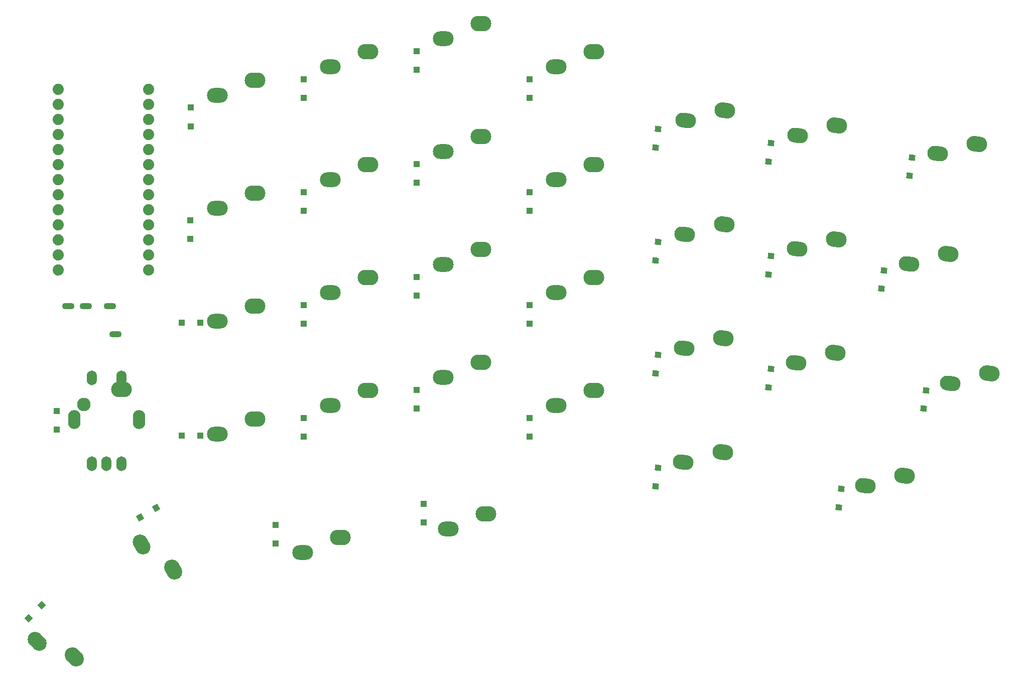
<source format=gbs>
G04 Layer: BottomSolderMaskLayer*
G04 EasyEDA v6.5.23, 2023-04-24 17:16:31*
G04 8c4d49fcd7fc4e44909a734d2420ee08,351801b383604bb389f78a6fc88bd684,10*
G04 Gerber Generator version 0.2*
G04 Scale: 100 percent, Rotated: No, Reflected: No *
G04 Dimensions in inches *
G04 leading zeros omitted , absolute positions ,3 integer and 6 decimal *
%FSLAX36Y36*%
%MOIN*%

%AMMACRO1*1,1,$1,$2,$3*1,1,$1,$4,$5*1,1,$1,0-$2,0-$3*1,1,$1,0-$4,0-$5*20,1,$1,$2,$3,$4,$5,0*20,1,$1,$4,$5,0-$2,0-$3,0*20,1,$1,0-$2,0-$3,0-$4,0-$5,0*20,1,$1,0-$4,0-$5,$2,$3,0*4,1,4,$2,$3,$4,$5,0-$2,0-$3,0-$4,0-$5,$2,$3,0*%
%AMMACRO2*1,1,$1,$2,$3*1,1,$1,$4,$5*20,1,$1,$2,$3,$4,$5,0*%
%ADD10MACRO1,0.004X0.0209X0.0151X-0.0162X0.02*%
%ADD11MACRO1,0.004X0.0187X0.0177X-0.0187X0.0177*%
%ADD12MACRO1,0.004X-0.0187X-0.0177X0.0187X-0.0177*%
%ADD13MACRO1,0.004X0.0177X-0.0187X0.0177X0.0187*%
%ADD14MACRO1,0.004X-0.0247X0.0073X-0.006X-0.0251*%
%ADD15MACRO1,0.004X-0.0257X0.0007X0.0007X-0.0257*%
%ADD16MACRO1,0.004X-0.0258X0.0007X0.0007X-0.0258*%
%ADD17MACRO2,0.1024X-0.0176X0.0023X0.0176X-0.0023*%
%ADD18MACRO2,0.0985X-0.0195X0.0026X0.0195X-0.0026*%
%ADD19O,0.137858X0.098488*%
%ADD20O,0.137858X0.102425*%
%ADD21MACRO2,0.0985X-0.0098X0.017X0.0098X-0.017*%
%ADD22MACRO2,0.1024X-0.0089X0.0153X0.0089X-0.0153*%
%ADD23MACRO2,0.0985X-0.0139X0.0139X0.0139X-0.0139*%
%ADD24MACRO2,0.1024X-0.0125X0.0125X0.0125X-0.0125*%
%ADD25C,0.0900*%
%ADD26O,0.08267799999999999X0.043308*%
%ADD27O,0.066992X0.098488*%
%ADD28O,0.08274X0.12604700000000002*%
%ADD29C,0.0740*%

%LPD*%
D10*
G01*
X6430102Y2406207D03*
G01*
X6413915Y2283253D03*
G01*
X6148852Y3203082D03*
G01*
X6132665Y3080128D03*
G01*
X6336352Y3953082D03*
G01*
X6320165Y3830128D03*
G01*
X5398852Y4046832D03*
G01*
X5382665Y3923878D03*
G01*
X5398852Y3296832D03*
G01*
X5382665Y3173878D03*
G01*
X5398852Y2546832D03*
G01*
X5382665Y2423878D03*
G01*
X5867602Y1749957D03*
G01*
X5851415Y1627003D03*
G01*
X4648852Y1890582D03*
G01*
X4632665Y1767628D03*
G01*
X4648852Y2640582D03*
G01*
X4632665Y2517628D03*
G01*
X4648852Y3390582D03*
G01*
X4632665Y3267628D03*
G01*
X4649114Y4142565D03*
G01*
X4632926Y4019611D03*
D11*
G01*
X3796880Y2221246D03*
G01*
X3796880Y2097231D03*
G01*
X3796880Y2971246D03*
G01*
X3796880Y2847231D03*
G01*
X3796880Y3721246D03*
G01*
X3796880Y3597231D03*
G01*
X3796880Y4471246D03*
G01*
X3796880Y4347231D03*
G01*
X3046880Y2408746D03*
G01*
X3046880Y2284731D03*
G01*
X3046880Y3158746D03*
G01*
X3046880Y3034731D03*
G01*
X3046880Y3908746D03*
G01*
X3046880Y3784731D03*
G01*
X3046880Y4658746D03*
G01*
X3046880Y4534731D03*
G01*
X2296880Y2221246D03*
G01*
X2296880Y2097231D03*
G01*
X2296880Y2971246D03*
G01*
X2296880Y2847231D03*
G01*
X2296880Y3721246D03*
G01*
X2296880Y3597231D03*
G01*
X2296880Y4471246D03*
G01*
X2296880Y4347231D03*
D12*
G01*
X3093755Y1528753D03*
G01*
X3093755Y1652768D03*
G01*
X2109380Y1388128D03*
G01*
X2109380Y1512143D03*
D11*
G01*
X1546880Y4283746D03*
G01*
X1546880Y4159731D03*
G01*
X1545005Y3535621D03*
G01*
X1545005Y3411606D03*
D13*
G01*
X1610001Y2855625D03*
G01*
X1485987Y2855625D03*
G01*
X1610001Y2105625D03*
G01*
X1485987Y2105625D03*
D11*
G01*
X656255Y2268121D03*
G01*
X656255Y2144106D03*
D14*
G01*
X1209342Y1561251D03*
G01*
X1316741Y1623259D03*
D15*
G01*
X469670Y891540D03*
D16*
G01*
X557362Y979232D03*
D17*
G01*
X6287490Y1836820D03*
D18*
G01*
X6026579Y1770299D03*
D19*
G01*
X3255910Y1483499D03*
D20*
G01*
X3505910Y1583499D03*
D19*
G01*
X2289719Y1327029D03*
D20*
G01*
X2539719Y1427029D03*
D21*
G01*
X1218530Y1380109D03*
D22*
G01*
X1430129Y1213610D03*
D17*
G01*
X6767069Y4043089D03*
D18*
G01*
X6506160Y3976580D03*
D17*
G01*
X6850130Y2519210D03*
D18*
G01*
X6589209Y2452700D03*
G01*
X5576680Y4098950D03*
D17*
G01*
X5837590Y4165460D03*
D18*
G01*
X5571730Y3343129D03*
D17*
G01*
X5832649Y3409640D03*
D18*
G01*
X6315319Y3245229D03*
D17*
G01*
X6576230Y3311749D03*
D18*
G01*
X5566789Y2587310D03*
D17*
G01*
X5827700Y2653819D03*
D19*
G01*
X1725010Y2115619D03*
D20*
G01*
X1975010Y2215619D03*
D19*
G01*
X1725020Y2865610D03*
D20*
G01*
X1975010Y2965619D03*
D19*
G01*
X1725010Y3615619D03*
D20*
G01*
X1975010Y3715619D03*
D19*
G01*
X1725020Y4365619D03*
D20*
G01*
X1975010Y4465619D03*
D19*
G01*
X2475010Y2303119D03*
D20*
G01*
X2725000Y2403119D03*
D19*
G01*
X2475010Y3053119D03*
D20*
G01*
X2725020Y3153119D03*
D19*
G01*
X2475010Y3803110D03*
D20*
G01*
X2725010Y3903110D03*
D19*
G01*
X2475010Y4553119D03*
D20*
G01*
X2725010Y4653119D03*
D19*
G01*
X3225010Y2490630D03*
D20*
G01*
X3475010Y2590610D03*
D19*
G01*
X3225020Y3240610D03*
D20*
G01*
X3475010Y3340619D03*
D19*
G01*
X3225010Y3990619D03*
D20*
G01*
X3475010Y4090619D03*
D19*
G01*
X3225020Y4740619D03*
D20*
G01*
X3475020Y4840619D03*
D19*
G01*
X3975010Y2303119D03*
D20*
G01*
X4225020Y2403110D03*
D19*
G01*
X3975020Y3053110D03*
D20*
G01*
X4225010Y3153119D03*
D19*
G01*
X3975020Y3803119D03*
D20*
G01*
X4225010Y3903130D03*
D19*
G01*
X3975010Y4553119D03*
D20*
G01*
X4225020Y4653119D03*
D18*
G01*
X4818260Y1929379D03*
D17*
G01*
X5079169Y1995890D03*
D18*
G01*
X4823200Y2685200D03*
D17*
G01*
X5084119Y2751710D03*
D18*
G01*
X4828150Y3441020D03*
D17*
G01*
X5089060Y3507529D03*
D18*
G01*
X4833099Y4196840D03*
D17*
G01*
X5094010Y4263350D03*
D23*
G01*
X527150Y739270D03*
D24*
G01*
X774639Y633209D03*
D25*
G01*
X838329Y2312959D03*
D20*
G01*
X1088329Y2412959D03*
D26*
G01*
X733350Y2965630D03*
G01*
X851450Y2965630D03*
G01*
X1008940Y2965630D03*
G01*
X1048310Y2776649D03*
D27*
G01*
X889909Y1917680D03*
G01*
X1086760Y1917680D03*
G01*
X988329Y1917680D03*
G01*
X1086760Y2488539D03*
G01*
X889909Y2488539D03*
D28*
G01*
X1204870Y2212950D03*
G01*
X771800Y2212950D03*
D29*
G01*
X665639Y4406239D03*
G01*
X665630Y4306239D03*
G01*
X665639Y4206239D03*
G01*
X665639Y4106239D03*
G01*
X665630Y4006239D03*
G01*
X665639Y3906239D03*
G01*
X665630Y3806239D03*
G01*
X665639Y3706239D03*
G01*
X665639Y3606239D03*
G01*
X665630Y3506239D03*
G01*
X665639Y3406239D03*
G01*
X665630Y3306239D03*
G01*
X665630Y3206239D03*
G01*
X1265640Y3206239D03*
G01*
X1265630Y3306239D03*
G01*
X1265640Y3406239D03*
G01*
X1265630Y3506239D03*
G01*
X1265640Y3606239D03*
G01*
X1265640Y3706239D03*
G01*
X1265630Y3806239D03*
G01*
X1265640Y3906239D03*
G01*
X1265640Y4006239D03*
G01*
X1265630Y4106239D03*
G01*
X1265640Y4206239D03*
G01*
X1265630Y4306239D03*
G01*
X1265640Y4406239D03*
M02*

</source>
